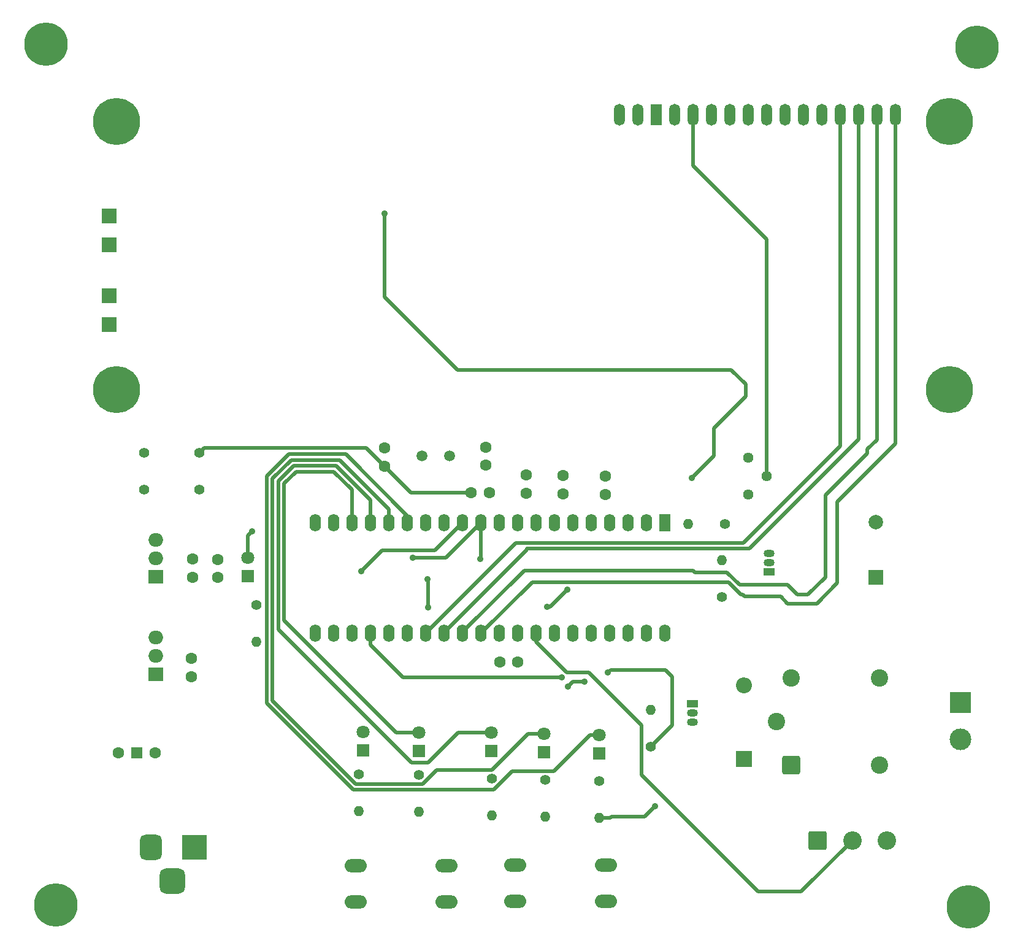
<source format=gbr>
%TF.GenerationSoftware,KiCad,Pcbnew,7.0.11*%
%TF.CreationDate,2024-07-12T13:59:45+01:00*%
%TF.ProjectId,3 mode bottle filling machine,33206d6f-6465-4206-926f-74746c652066,v1*%
%TF.SameCoordinates,Original*%
%TF.FileFunction,Copper,L2,Bot*%
%TF.FilePolarity,Positive*%
%FSLAX46Y46*%
G04 Gerber Fmt 4.6, Leading zero omitted, Abs format (unit mm)*
G04 Created by KiCad (PCBNEW 7.0.11) date 2024-07-12 13:59:45*
%MOMM*%
%LPD*%
G01*
G04 APERTURE LIST*
G04 Aperture macros list*
%AMRoundRect*
0 Rectangle with rounded corners*
0 $1 Rounding radius*
0 $2 $3 $4 $5 $6 $7 $8 $9 X,Y pos of 4 corners*
0 Add a 4 corners polygon primitive as box body*
4,1,4,$2,$3,$4,$5,$6,$7,$8,$9,$2,$3,0*
0 Add four circle primitives for the rounded corners*
1,1,$1+$1,$2,$3*
1,1,$1+$1,$4,$5*
1,1,$1+$1,$6,$7*
1,1,$1+$1,$8,$9*
0 Add four rect primitives between the rounded corners*
20,1,$1+$1,$2,$3,$4,$5,0*
20,1,$1+$1,$4,$5,$6,$7,0*
20,1,$1+$1,$6,$7,$8,$9,0*
20,1,$1+$1,$8,$9,$2,$3,0*%
G04 Aperture macros list end*
%TA.AperFunction,ComponentPad*%
%ADD10R,2.200000X2.200000*%
%TD*%
%TA.AperFunction,ComponentPad*%
%ADD11O,2.200000X2.200000*%
%TD*%
%TA.AperFunction,ComponentPad*%
%ADD12C,1.600000*%
%TD*%
%TA.AperFunction,ComponentPad*%
%ADD13C,1.400000*%
%TD*%
%TA.AperFunction,ComponentPad*%
%ADD14O,1.400000X1.400000*%
%TD*%
%TA.AperFunction,ComponentPad*%
%ADD15R,1.800000X1.800000*%
%TD*%
%TA.AperFunction,ComponentPad*%
%ADD16C,1.800000*%
%TD*%
%TA.AperFunction,ComponentPad*%
%ADD17C,6.500000*%
%TD*%
%TA.AperFunction,ComponentPad*%
%ADD18R,1.500000X3.000000*%
%TD*%
%TA.AperFunction,ComponentPad*%
%ADD19O,1.500000X3.000000*%
%TD*%
%TA.AperFunction,ComponentPad*%
%ADD20R,2.000000X2.000000*%
%TD*%
%TA.AperFunction,ComponentPad*%
%ADD21R,1.600000X2.400000*%
%TD*%
%TA.AperFunction,ComponentPad*%
%ADD22O,1.600000X2.400000*%
%TD*%
%TA.AperFunction,ComponentPad*%
%ADD23R,1.500000X1.050000*%
%TD*%
%TA.AperFunction,ComponentPad*%
%ADD24O,1.500000X1.050000*%
%TD*%
%TA.AperFunction,ComponentPad*%
%ADD25C,2.000000*%
%TD*%
%TA.AperFunction,ComponentPad*%
%ADD26R,3.000000X3.000000*%
%TD*%
%TA.AperFunction,ComponentPad*%
%ADD27C,3.000000*%
%TD*%
%TA.AperFunction,ComponentPad*%
%ADD28C,3.400000*%
%TD*%
%TA.AperFunction,ConnectorPad*%
%ADD29C,6.000000*%
%TD*%
%TA.AperFunction,ComponentPad*%
%ADD30R,1.500000X1.500000*%
%TD*%
%TA.AperFunction,ComponentPad*%
%ADD31C,2.400000*%
%TD*%
%TA.AperFunction,ComponentPad*%
%ADD32RoundRect,0.250000X1.000000X-1.000000X1.000000X1.000000X-1.000000X1.000000X-1.000000X-1.000000X0*%
%TD*%
%TA.AperFunction,ComponentPad*%
%ADD33O,3.048000X1.850000*%
%TD*%
%TA.AperFunction,ComponentPad*%
%ADD34R,3.500000X3.500000*%
%TD*%
%TA.AperFunction,ComponentPad*%
%ADD35RoundRect,0.750000X-0.750000X-1.000000X0.750000X-1.000000X0.750000X1.000000X-0.750000X1.000000X0*%
%TD*%
%TA.AperFunction,ComponentPad*%
%ADD36RoundRect,0.875000X-0.875000X-0.875000X0.875000X-0.875000X0.875000X0.875000X-0.875000X0.875000X0*%
%TD*%
%TA.AperFunction,ComponentPad*%
%ADD37C,1.500000*%
%TD*%
%TA.AperFunction,ComponentPad*%
%ADD38RoundRect,0.249999X-1.025001X-1.025001X1.025001X-1.025001X1.025001X1.025001X-1.025001X1.025001X0*%
%TD*%
%TA.AperFunction,ComponentPad*%
%ADD39C,2.550000*%
%TD*%
%TA.AperFunction,ComponentPad*%
%ADD40R,2.000000X1.905000*%
%TD*%
%TA.AperFunction,ComponentPad*%
%ADD41O,2.000000X1.905000*%
%TD*%
%TA.AperFunction,ComponentPad*%
%ADD42C,1.397000*%
%TD*%
%TA.AperFunction,ComponentPad*%
%ADD43C,1.440000*%
%TD*%
%TA.AperFunction,ViaPad*%
%ADD44C,0.900000*%
%TD*%
%TA.AperFunction,Conductor*%
%ADD45C,0.500000*%
%TD*%
G04 APERTURE END LIST*
D10*
%TO.P,D7,1,K*%
%TO.N,Net-(D7-K)*%
X162050000Y-127405000D03*
D11*
%TO.P,D7,2,A*%
%TO.N,Net-(D7-A)*%
X162050000Y-117245000D03*
%TD*%
D12*
%TO.P,C9,1*%
%TO.N,+5V*%
X137100000Y-90800000D03*
%TO.P,C9,2*%
%TO.N,GND*%
X137100000Y-88300000D03*
%TD*%
D13*
%TO.P,R3,1*%
%TO.N,pump*%
X149150000Y-125740000D03*
D14*
%TO.P,R3,2*%
%TO.N,Net-(Q1-B)*%
X149150000Y-120660000D03*
%TD*%
D15*
%TO.P,D1,1,K*%
%TO.N,Net-(D1-K)*%
X93550000Y-102140000D03*
D16*
%TO.P,D1,2,A*%
%TO.N,+5V*%
X93550000Y-99600000D03*
%TD*%
D13*
%TO.P,R8,1*%
%TO.N,Net-(D5-K)*%
X117175000Y-129585000D03*
D14*
%TO.P,R8,2*%
%TO.N,GND*%
X117175000Y-134665000D03*
%TD*%
D12*
%TO.P,C7,1*%
%TO.N,+5V*%
X126900000Y-90650000D03*
%TO.P,C7,2*%
%TO.N,GND*%
X124400000Y-90650000D03*
%TD*%
D15*
%TO.P,D5,1,K*%
%TO.N,Net-(D5-K)*%
X117175000Y-126300000D03*
D16*
%TO.P,D5,2,A*%
%TO.N,Pumping*%
X117175000Y-123760000D03*
%TD*%
D12*
%TO.P,C2,1*%
%TO.N,+12V*%
X85930000Y-102315000D03*
%TO.P,C2,2*%
%TO.N,GND*%
X85930000Y-99815000D03*
%TD*%
%TO.P,C8,1*%
%TO.N,+5V*%
X131975000Y-90700000D03*
%TO.P,C8,2*%
%TO.N,GND*%
X131975000Y-88200000D03*
%TD*%
D13*
%TO.P,R6,1*%
%TO.N,Net-(D3-K)*%
X134575000Y-130310000D03*
D14*
%TO.P,R6,2*%
%TO.N,GND*%
X134575000Y-135390000D03*
%TD*%
D13*
%TO.P,R9,1*%
%TO.N,Net-(D6-K)*%
X108825000Y-129485000D03*
D14*
%TO.P,R9,2*%
%TO.N,GND*%
X108825000Y-134565000D03*
%TD*%
D12*
%TO.P,C10,1*%
%TO.N,+5V*%
X142875000Y-90875000D03*
%TO.P,C10,2*%
%TO.N,GND*%
X142875000Y-88375000D03*
%TD*%
D13*
%TO.P,R1,1*%
%TO.N,Net-(D1-K)*%
X94700000Y-106160000D03*
D14*
%TO.P,R1,2*%
%TO.N,GND*%
X94700000Y-111240000D03*
%TD*%
D17*
%TO.P,U4,*%
%TO.N,*%
X75425000Y-39467500D03*
X75425000Y-76467500D03*
X190425000Y-39467500D03*
X190425000Y-76467500D03*
D18*
%TO.P,U4,1,VSS*%
%TO.N,GND*%
X149925000Y-38467500D03*
D19*
%TO.P,U4,2,VDD*%
%TO.N,+5V*%
X152465000Y-38467500D03*
%TO.P,U4,3,VO*%
%TO.N,Net-(U4-VO)*%
X155005000Y-38467500D03*
%TO.P,U4,4,RS*%
%TO.N,EN*%
X157545000Y-38467500D03*
%TO.P,U4,5,R/~{W}*%
%TO.N,GND*%
X160085000Y-38467500D03*
%TO.P,U4,6,E*%
%TO.N,RS*%
X162625000Y-38467500D03*
%TO.P,U4,7,DB0*%
%TO.N,unconnected-(U4-DB0-Pad7)*%
X165165000Y-38467500D03*
%TO.P,U4,8,DB1*%
%TO.N,unconnected-(U4-DB1-Pad8)*%
X167705000Y-38467500D03*
%TO.P,U4,9,DB2*%
%TO.N,unconnected-(U4-DB2-Pad9)*%
X170245000Y-38467500D03*
%TO.P,U4,10,DB3*%
%TO.N,unconnected-(U4-DB3-Pad10)*%
X172785000Y-38467500D03*
%TO.P,U4,11,DB4*%
%TO.N,D4*%
X175325000Y-38467500D03*
%TO.P,U4,12,DB5*%
%TO.N,D5*%
X177865000Y-38467500D03*
%TO.P,U4,13,DB6*%
%TO.N,D6*%
X180405000Y-38467500D03*
%TO.P,U4,14,DB7*%
%TO.N,D7*%
X182945000Y-38467500D03*
%TO.P,U4,15,A/VEE*%
%TO.N,+5V*%
X147385000Y-38467500D03*
%TO.P,U4,16,K*%
%TO.N,GND*%
X144845000Y-38467500D03*
D20*
%TO.P,U4,A1,A1*%
%TO.N,unconnected-(U4-PadA1)*%
X74425000Y-52467500D03*
%TO.P,U4,A2,A2*%
%TO.N,unconnected-(U4-PadA2)*%
X74425000Y-63467500D03*
%TO.P,U4,K1,K1*%
%TO.N,unconnected-(U4-PadK1)*%
X74425000Y-56467500D03*
%TO.P,U4,K2,K2*%
%TO.N,unconnected-(U4-PadK2)*%
X74425000Y-67467500D03*
%TD*%
D21*
%TO.P,U2,1,~{MCLR}/Vpp*%
%TO.N,Net-(U2-~{MCLR}{slash}Vpp)*%
X151125000Y-94795000D03*
D22*
%TO.P,U2,2,AN0/RA0*%
%TO.N,unconnected-(U2-AN0{slash}RA0-Pad2)*%
X148585000Y-94795000D03*
%TO.P,U2,3,AN1/RA1*%
%TO.N,unconnected-(U2-AN1{slash}RA1-Pad3)*%
X146045000Y-94795000D03*
%TO.P,U2,4,CVref/Vref-/AN2/RA2*%
%TO.N,unconnected-(U2-CVref{slash}Vref-{slash}AN2{slash}RA2-Pad4)*%
X143505000Y-94795000D03*
%TO.P,U2,5,Vref+/AN3/RA3*%
%TO.N,unconnected-(U2-Vref+{slash}AN3{slash}RA3-Pad5)*%
X140965000Y-94795000D03*
%TO.P,U2,6,C1OUT/T0CKI/RA4*%
%TO.N,unconnected-(U2-C1OUT{slash}T0CKI{slash}RA4-Pad6)*%
X138425000Y-94795000D03*
%TO.P,U2,7,~{SS}/C2OUT/AN4/RA5*%
%TO.N,unconnected-(U2-~{SS}{slash}C2OUT{slash}AN4{slash}RA5-Pad7)*%
X135885000Y-94795000D03*
%TO.P,U2,8,RE0/~{RD}/AN5*%
%TO.N,unconnected-(U2-RE0{slash}~{RD}{slash}AN5-Pad8)*%
X133345000Y-94795000D03*
%TO.P,U2,9,RE1/~{WR}/AN6*%
%TO.N,unconnected-(U2-RE1{slash}~{WR}{slash}AN6-Pad9)*%
X130805000Y-94795000D03*
%TO.P,U2,10,RE2/~{CS}/AN7*%
%TO.N,unconnected-(U2-RE2{slash}~{CS}{slash}AN7-Pad10)*%
X128265000Y-94795000D03*
%TO.P,U2,11,VDD*%
%TO.N,+5V*%
X125725000Y-94795000D03*
%TO.P,U2,12,VSS*%
%TO.N,GND*%
X123185000Y-94795000D03*
%TO.P,U2,13,OSC1/CLKI*%
%TO.N,Net-(U2-OSC1{slash}CLKI)*%
X120645000Y-94795000D03*
%TO.P,U2,14,OSC2/CLKO*%
%TO.N,Net-(U2-OSC2{slash}CLKO)*%
X118105000Y-94795000D03*
%TO.P,U2,15,T1OSO/T1CKI/RC0*%
%TO.N,Mode1*%
X115565000Y-94795000D03*
%TO.P,U2,16,T1OSI/CCP2/RC1*%
%TO.N,Mode2*%
X113025000Y-94795000D03*
%TO.P,U2,17,CCP1/RC2*%
%TO.N,Mode3*%
X110485000Y-94795000D03*
%TO.P,U2,18,SCK/SCL/RC3*%
%TO.N,Pumping*%
X107945000Y-94795000D03*
%TO.P,U2,19,RD0/PSP0*%
%TO.N,RS*%
X105405000Y-94795000D03*
%TO.P,U2,20,RD1/PSP1*%
%TO.N,EN*%
X102865000Y-94795000D03*
%TO.P,U2,21,RD2/PSP2*%
%TO.N,unconnected-(U2-RD2{slash}PSP2-Pad21)*%
X102865000Y-110035000D03*
%TO.P,U2,22,RD3/PSP3*%
%TO.N,unconnected-(U2-RD3{slash}PSP3-Pad22)*%
X105405000Y-110035000D03*
%TO.P,U2,23,SDI/SDA/RC4*%
%TO.N,Filled*%
X107945000Y-110035000D03*
%TO.P,U2,24,SDO/RC5*%
%TO.N,pump*%
X110485000Y-110035000D03*
%TO.P,U2,25,CK/TX/RC6*%
%TO.N,buzzer*%
X113025000Y-110035000D03*
%TO.P,U2,26,DT/RX/RC7*%
%TO.N,unconnected-(U2-DT{slash}RX{slash}RC7-Pad26)*%
X115565000Y-110035000D03*
%TO.P,U2,27,RD4/PSP4*%
%TO.N,D4*%
X118105000Y-110035000D03*
%TO.P,U2,28,RD5/PSP5*%
%TO.N,D5*%
X120645000Y-110035000D03*
%TO.P,U2,29,RD6/PSP6*%
%TO.N,D6*%
X123185000Y-110035000D03*
%TO.P,U2,30,RD7/PSP7*%
%TO.N,D7*%
X125725000Y-110035000D03*
%TO.P,U2,31,VSS*%
%TO.N,GND*%
X128265000Y-110035000D03*
%TO.P,U2,32,VDD*%
%TO.N,+5V*%
X130805000Y-110035000D03*
%TO.P,U2,33,INT/RB0*%
%TO.N,sensor*%
X133345000Y-110035000D03*
%TO.P,U2,34,RB1*%
%TO.N,start_button*%
X135885000Y-110035000D03*
%TO.P,U2,35,RB2*%
%TO.N,Mode_Button*%
X138425000Y-110035000D03*
%TO.P,U2,36,PGM/RB3*%
%TO.N,unconnected-(U2-PGM{slash}RB3-Pad36)*%
X140965000Y-110035000D03*
%TO.P,U2,37,RB4*%
%TO.N,unconnected-(U2-RB4-Pad37)*%
X143505000Y-110035000D03*
%TO.P,U2,38,RB5*%
%TO.N,unconnected-(U2-RB5-Pad38)*%
X146045000Y-110035000D03*
%TO.P,U2,39,PGC/RB6*%
%TO.N,unconnected-(U2-PGC{slash}RB6-Pad39)*%
X148585000Y-110035000D03*
%TO.P,U2,40,PGD/RB7*%
%TO.N,unconnected-(U2-PGD{slash}RB7-Pad40)*%
X151125000Y-110035000D03*
%TD*%
D13*
%TO.P,R2,1*%
%TO.N,+5V*%
X159440000Y-94975000D03*
D14*
%TO.P,R2,2*%
%TO.N,Net-(U2-~{MCLR}{slash}Vpp)*%
X154360000Y-94975000D03*
%TD*%
D23*
%TO.P,Q1,1,C*%
%TO.N,Net-(D7-A)*%
X154950000Y-119775000D03*
D24*
%TO.P,Q1,2,B*%
%TO.N,Net-(Q1-B)*%
X154950000Y-121045000D03*
%TO.P,Q1,3,E*%
%TO.N,GND*%
X154950000Y-122315000D03*
%TD*%
D12*
%TO.P,C1,1*%
%TO.N,Net-(U3-VI)*%
X85775000Y-116050000D03*
%TO.P,C1,2*%
%TO.N,GND*%
X85775000Y-113550000D03*
%TD*%
D13*
%TO.P,R10,1*%
%TO.N,buzzer*%
X158950000Y-105015000D03*
D14*
%TO.P,R10,2*%
%TO.N,Net-(Q2-B)*%
X158950000Y-99935000D03*
%TD*%
D15*
%TO.P,D4,1,K*%
%TO.N,Net-(D4-K)*%
X127125000Y-126315000D03*
D16*
%TO.P,D4,2,A*%
%TO.N,Mode3*%
X127125000Y-123775000D03*
%TD*%
D20*
%TO.P,BZ1,1,+*%
%TO.N,+12V*%
X180200000Y-102300000D03*
D25*
%TO.P,BZ1,2,-*%
%TO.N,Net-(BZ1--)*%
X180200000Y-94700000D03*
%TD*%
D26*
%TO.P,J2,1,Pin_1*%
%TO.N,GND*%
X191925000Y-119585000D03*
D27*
%TO.P,J2,2,Pin_2*%
%TO.N,Net-(J2-Pin_2)*%
X191925000Y-124665000D03*
%TD*%
D13*
%TO.P,R5,1*%
%TO.N,Net-(D2-K)*%
X142025000Y-130485000D03*
D14*
%TO.P,R5,2*%
%TO.N,GND*%
X142025000Y-135565000D03*
%TD*%
D28*
%TO.P,H4,1,1*%
%TO.N,unconnected-(H4-Pad1)*%
X65700000Y-28750000D03*
D29*
X65700000Y-28750000D03*
%TD*%
D30*
%TO.P,SW3,1,B*%
%TO.N,/16V*%
X78210000Y-126575000D03*
D12*
%TO.P,SW3,2,C*%
%TO.N,unconnected-(SW3-C-Pad2)*%
X75670000Y-126575000D03*
%TO.P,SW3,3,A*%
%TO.N,Net-(SW3-A)*%
X80750000Y-126575000D03*
%TD*%
D13*
%TO.P,R7,1*%
%TO.N,Net-(D4-K)*%
X127200000Y-130150000D03*
D14*
%TO.P,R7,2*%
%TO.N,GND*%
X127200000Y-135230000D03*
%TD*%
D28*
%TO.P,H3,1,1*%
%TO.N,unconnected-(H3-Pad1)*%
X193050000Y-147775000D03*
D29*
X193050000Y-147775000D03*
%TD*%
D31*
%TO.P,K1,11*%
%TO.N,+12V*%
X166550000Y-122257500D03*
%TO.P,K1,12*%
%TO.N,unconnected-(K1-Pad12)*%
X180750000Y-116257500D03*
%TO.P,K1,14*%
%TO.N,Net-(J2-Pin_2)*%
X180750000Y-128257500D03*
D32*
%TO.P,K1,A1*%
%TO.N,Net-(D7-K)*%
X168550000Y-128257500D03*
D31*
%TO.P,K1,A2*%
%TO.N,Net-(D7-A)*%
X168550000Y-116257500D03*
%TD*%
D15*
%TO.P,D2,1,K*%
%TO.N,Net-(D2-K)*%
X142050000Y-126600000D03*
D16*
%TO.P,D2,2,A*%
%TO.N,Mode1*%
X142050000Y-124060000D03*
%TD*%
D33*
%TO.P,SW4,1,1*%
%TO.N,Mode_Button*%
X108460000Y-142150000D03*
X120960000Y-142150000D03*
%TO.P,SW4,2,2*%
%TO.N,GND*%
X108460000Y-147150000D03*
X120960000Y-147150000D03*
%TD*%
D23*
%TO.P,Q2,1,C*%
%TO.N,Net-(BZ1--)*%
X165475000Y-101595000D03*
D24*
%TO.P,Q2,2,B*%
%TO.N,Net-(Q2-B)*%
X165475000Y-100325000D03*
%TO.P,Q2,3,E*%
%TO.N,GND*%
X165475000Y-99055000D03*
%TD*%
D34*
%TO.P,J1,1*%
%TO.N,/16V*%
X86150000Y-139575000D03*
D35*
%TO.P,J1,2*%
%TO.N,GND*%
X80150000Y-139575000D03*
D36*
%TO.P,J1,3*%
X83150000Y-144275000D03*
%TD*%
D12*
%TO.P,C4,1*%
%TO.N,Net-(U2-OSC1{slash}CLKI)*%
X126425000Y-84350000D03*
%TO.P,C4,2*%
%TO.N,GND*%
X126425000Y-86850000D03*
%TD*%
D28*
%TO.P,H1,1,1*%
%TO.N,unconnected-(H1-Pad1)*%
X194250000Y-29200000D03*
D29*
X194250000Y-29200000D03*
%TD*%
D28*
%TO.P,H2,1,1*%
%TO.N,unconnected-(H2-Pad1)*%
X67075000Y-147575000D03*
D29*
X67075000Y-147575000D03*
%TD*%
D12*
%TO.P,C5,1*%
%TO.N,Net-(U2-OSC2{slash}CLKO)*%
X112425000Y-84475000D03*
%TO.P,C5,2*%
%TO.N,GND*%
X112425000Y-86975000D03*
%TD*%
D37*
%TO.P,Y1,1,1*%
%TO.N,Net-(U2-OSC2{slash}CLKO)*%
X117575000Y-85550000D03*
%TO.P,Y1,2,2*%
%TO.N,Net-(U2-OSC1{slash}CLKI)*%
X121375000Y-85550000D03*
%TD*%
D38*
%TO.P,J3,1,Pin_1*%
%TO.N,+5V*%
X172200000Y-138625000D03*
D39*
%TO.P,J3,2,Pin_2*%
%TO.N,sensor*%
X177000000Y-138625000D03*
%TO.P,J3,3,Pin_3*%
%TO.N,GND*%
X181800000Y-138625000D03*
%TD*%
D40*
%TO.P,U1,1,VI*%
%TO.N,+12V*%
X80830000Y-102245000D03*
D41*
%TO.P,U1,2,GND*%
%TO.N,GND*%
X80830000Y-99705000D03*
%TO.P,U1,3,VO*%
%TO.N,+5V*%
X80830000Y-97165000D03*
%TD*%
D15*
%TO.P,D6,1,K*%
%TO.N,Net-(D6-K)*%
X109450000Y-126225000D03*
D16*
%TO.P,D6,2,A*%
%TO.N,Filled*%
X109450000Y-123685000D03*
%TD*%
D42*
%TO.P,SW1,1,1*%
%TO.N,GND*%
X79190000Y-85160000D03*
X86810000Y-85160000D03*
%TO.P,SW1,2,2*%
%TO.N,Net-(U2-~{MCLR}{slash}Vpp)*%
X79190000Y-90240000D03*
X86810000Y-90240000D03*
%TD*%
D15*
%TO.P,D3,1,K*%
%TO.N,Net-(D3-K)*%
X134400000Y-126490000D03*
D16*
%TO.P,D3,2,A*%
%TO.N,Mode2*%
X134400000Y-123950000D03*
%TD*%
D40*
%TO.P,U3,1,VI*%
%TO.N,Net-(U3-VI)*%
X80850000Y-115755000D03*
D41*
%TO.P,U3,2,GND*%
%TO.N,GND*%
X80850000Y-113215000D03*
%TO.P,U3,3,VO*%
%TO.N,+12V*%
X80850000Y-110675000D03*
%TD*%
D12*
%TO.P,C6,1*%
%TO.N,+5V*%
X130800000Y-114000000D03*
%TO.P,C6,2*%
%TO.N,GND*%
X128300000Y-114000000D03*
%TD*%
D33*
%TO.P,SW2,1,1*%
%TO.N,start_button*%
X130485000Y-142050000D03*
X142985000Y-142050000D03*
%TO.P,SW2,2,2*%
%TO.N,GND*%
X130485000Y-147050000D03*
X142985000Y-147050000D03*
%TD*%
D43*
%TO.P,RV1,1,1*%
%TO.N,+5V*%
X162600000Y-90950000D03*
%TO.P,RV1,2,2*%
%TO.N,Net-(U4-VO)*%
X165140000Y-88410000D03*
%TO.P,RV1,3,3*%
%TO.N,GND*%
X162600000Y-85870000D03*
%TD*%
D12*
%TO.P,C3,1*%
%TO.N,+5V*%
X89400000Y-99850000D03*
%TO.P,C3,2*%
%TO.N,GND*%
X89400000Y-102350000D03*
%TD*%
D44*
%TO.N,GND*%
X118350000Y-102575000D03*
X149750000Y-133925000D03*
X118475000Y-106475000D03*
X109200000Y-101500000D03*
%TO.N,+5V*%
X134900000Y-106400000D03*
X94125000Y-95975000D03*
X125650000Y-99775000D03*
X137675000Y-104015000D03*
X112425000Y-52100000D03*
X154800000Y-88625000D03*
X116325000Y-99625000D03*
%TO.N,pump*%
X143250000Y-115500000D03*
X136885000Y-116175000D03*
X140032107Y-116692893D03*
X137725000Y-117375000D03*
%TD*%
D45*
%TO.N,GND*%
X119355000Y-98625000D02*
X123185000Y-94795000D01*
X143775000Y-135350000D02*
X148325000Y-135350000D01*
X118475000Y-106475000D02*
X118475000Y-102700000D01*
X118475000Y-102700000D02*
X118350000Y-102575000D01*
X87508500Y-84461500D02*
X86810000Y-85160000D01*
X116100000Y-90650000D02*
X112425000Y-86975000D01*
X112425000Y-86975000D02*
X109911500Y-84461500D01*
X148325000Y-135350000D02*
X149750000Y-133925000D01*
X142025000Y-135565000D02*
X143560000Y-135565000D01*
X112075000Y-98625000D02*
X119355000Y-98625000D01*
X109200000Y-101500000D02*
X112075000Y-98625000D01*
X109911500Y-84461500D02*
X87508500Y-84461500D01*
X143560000Y-135565000D02*
X143775000Y-135350000D01*
X124400000Y-90650000D02*
X116100000Y-90650000D01*
%TO.N,+5V*%
X122500000Y-73700000D02*
X155625000Y-73700000D01*
X162275000Y-77350000D02*
X157850000Y-81775000D01*
X116650000Y-67850000D02*
X122500000Y-73700000D01*
X125725000Y-99700000D02*
X125725000Y-94795000D01*
X112425000Y-52100000D02*
X112425000Y-63625000D01*
X93550000Y-99600000D02*
X93550000Y-96550000D01*
X135290000Y-106400000D02*
X137675000Y-104015000D01*
X157850000Y-81775000D02*
X157850000Y-85575000D01*
X160275000Y-73700000D02*
X162275000Y-75700000D01*
X157850000Y-85575000D02*
X154800000Y-88625000D01*
X125650000Y-99775000D02*
X125725000Y-99700000D01*
X116325000Y-99625000D02*
X120895000Y-99625000D01*
X120895000Y-99625000D02*
X125725000Y-94795000D01*
X93550000Y-96550000D02*
X94125000Y-95975000D01*
X155625000Y-73700000D02*
X160275000Y-73700000D01*
X134900000Y-106400000D02*
X135290000Y-106400000D01*
X162275000Y-75700000D02*
X162275000Y-77350000D01*
X112425000Y-63625000D02*
X116650000Y-67850000D01*
%TO.N,Mode1*%
X142050000Y-124060000D02*
X140777208Y-124060000D01*
X108075863Y-131635000D02*
X96150000Y-119709138D01*
X115565000Y-93840000D02*
X115565000Y-94795000D01*
X99205888Y-85350000D02*
X107075000Y-85350000D01*
X96150000Y-119709138D02*
X96150000Y-88405888D01*
X127482767Y-131635000D02*
X108075863Y-131635000D01*
X140777208Y-124060000D02*
X135777208Y-129060000D01*
X135777208Y-129060000D02*
X130057767Y-129060000D01*
X130057767Y-129060000D02*
X127482767Y-131635000D01*
X107075000Y-85350000D02*
X115565000Y-93840000D01*
X96150000Y-88405888D02*
X99205888Y-85350000D01*
%TO.N,Mode2*%
X113025000Y-92925000D02*
X113025000Y-94795000D01*
X119627767Y-128900000D02*
X117692767Y-130835000D01*
X132225000Y-123950000D02*
X127275000Y-128900000D01*
X99537258Y-86150000D02*
X106250000Y-86150000D01*
X96950000Y-88737258D02*
X99537258Y-86150000D01*
X108407233Y-130835000D02*
X96950000Y-119377767D01*
X134400000Y-123950000D02*
X132225000Y-123950000D01*
X106250000Y-86150000D02*
X113025000Y-92925000D01*
X96950000Y-119377767D02*
X96950000Y-88737258D01*
X127275000Y-128900000D02*
X119627767Y-128900000D01*
X117692767Y-130835000D02*
X108407233Y-130835000D01*
%TO.N,Mode3*%
X116125000Y-127925000D02*
X97775000Y-109575000D01*
X122600000Y-123775000D02*
X118450000Y-127925000D01*
X118450000Y-127925000D02*
X116125000Y-127925000D01*
X97775000Y-109575000D02*
X97775000Y-89043630D01*
X110485000Y-91678630D02*
X110485000Y-94795000D01*
X99868629Y-86950000D02*
X105756370Y-86950000D01*
X97775000Y-89043630D02*
X99868629Y-86950000D01*
X127125000Y-123775000D02*
X122600000Y-123775000D01*
X105756370Y-86950000D02*
X110485000Y-91678630D01*
%TO.N,Pumping*%
X100200000Y-87750000D02*
X105425000Y-87750000D01*
X114067767Y-123760000D02*
X98575000Y-108267233D01*
X105425000Y-87750000D02*
X107945000Y-90270000D01*
X98575000Y-108267233D02*
X98575000Y-89375000D01*
X107945000Y-90270000D02*
X107945000Y-94795000D01*
X98575000Y-89375000D02*
X100200000Y-87750000D01*
X117175000Y-123760000D02*
X114067767Y-123760000D01*
%TO.N,sensor*%
X147900000Y-129575000D02*
X147900000Y-122725000D01*
X133345000Y-111195000D02*
X133345000Y-110035000D01*
X137575000Y-115425000D02*
X133345000Y-111195000D01*
X169925000Y-145700000D02*
X164025000Y-145700000D01*
X147900000Y-122725000D02*
X140600000Y-115425000D01*
X164025000Y-145700000D02*
X147900000Y-129575000D01*
X140600000Y-115425000D02*
X137575000Y-115425000D01*
X177000000Y-138625000D02*
X169925000Y-145700000D01*
%TO.N,pump*%
X151200000Y-115100000D02*
X143650000Y-115100000D01*
X110485000Y-111660000D02*
X110485000Y-110035000D01*
X138407107Y-116692893D02*
X137725000Y-117375000D01*
X143650000Y-115100000D02*
X143250000Y-115500000D01*
X140032107Y-116692893D02*
X138407107Y-116692893D01*
X115000000Y-116175000D02*
X110485000Y-111660000D01*
X136885000Y-116175000D02*
X115000000Y-116175000D01*
X152125000Y-122765000D02*
X152125000Y-116025000D01*
X152125000Y-116025000D02*
X151200000Y-115100000D01*
X149150000Y-125740000D02*
X152125000Y-122765000D01*
%TO.N,Net-(U4-VO)*%
X155005000Y-45555000D02*
X155005000Y-38467500D01*
X165140000Y-88410000D02*
X165140000Y-55690000D01*
X165140000Y-55690000D02*
X155005000Y-45555000D01*
%TO.N,D4*%
X175325000Y-84250000D02*
X175325000Y-38467500D01*
X130540000Y-97600000D02*
X161975000Y-97600000D01*
X118105000Y-110035000D02*
X130540000Y-97600000D01*
X161975000Y-97600000D02*
X175325000Y-84250000D01*
%TO.N,D5*%
X120645000Y-110035000D02*
X120645000Y-109980000D01*
X120645000Y-109980000D02*
X132100000Y-98525000D01*
X177865000Y-83310000D02*
X177865000Y-38467500D01*
X132100000Y-98525000D02*
X132100000Y-98400000D01*
X132100000Y-98400000D02*
X162775000Y-98400000D01*
X162775000Y-98400000D02*
X177865000Y-83310000D01*
%TO.N,D6*%
X155250000Y-101625000D02*
X159675000Y-101625000D01*
X161425000Y-103375000D02*
X168025000Y-103375000D01*
X170850000Y-104725000D02*
X173275000Y-102300000D01*
X180405000Y-83345000D02*
X180405000Y-38467500D01*
X179075000Y-85200000D02*
X179075000Y-84675000D01*
X169375000Y-104725000D02*
X170850000Y-104725000D01*
X123185000Y-109890000D02*
X131700000Y-101375000D01*
X179075000Y-84675000D02*
X180405000Y-83345000D01*
X173275000Y-91000000D02*
X179075000Y-85200000D01*
X159675000Y-101625000D02*
X161425000Y-103375000D01*
X168025000Y-103375000D02*
X169375000Y-104725000D01*
X131700000Y-101375000D02*
X155000000Y-101375000D01*
X173275000Y-102300000D02*
X173275000Y-91000000D01*
X155000000Y-101375000D02*
X155250000Y-101625000D01*
X123185000Y-110035000D02*
X123185000Y-109890000D01*
%TO.N,D7*%
X162100000Y-105000000D02*
X167075000Y-105000000D01*
X161825000Y-104725000D02*
X162100000Y-105000000D01*
X174900000Y-91950000D02*
X182945000Y-83905000D01*
X125725000Y-110035000D02*
X132785000Y-102975000D01*
X167075000Y-105000000D02*
X168025000Y-105950000D01*
X174900000Y-103125000D02*
X174900000Y-91950000D01*
X172075000Y-105950000D02*
X174900000Y-103125000D01*
X159893630Y-102975000D02*
X161643630Y-104725000D01*
X161643630Y-104725000D02*
X161825000Y-104725000D01*
X168025000Y-105950000D02*
X172075000Y-105950000D01*
X132785000Y-102975000D02*
X159893630Y-102975000D01*
X182945000Y-83905000D02*
X182945000Y-38467500D01*
%TD*%
M02*

</source>
